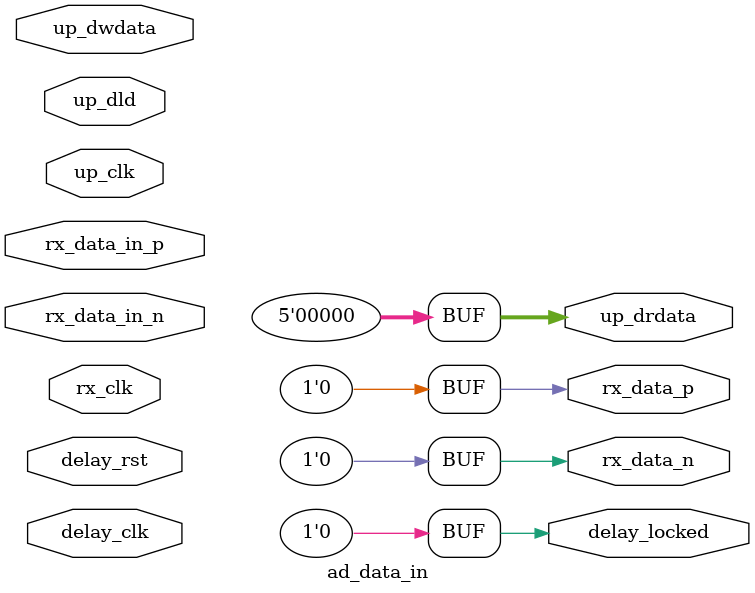
<source format=v>
module ad_data_in(	// file.cleaned.mlir:2:3
  input        rx_clk,	// file.cleaned.mlir:2:28
               rx_data_in_p,	// file.cleaned.mlir:2:45
               rx_data_in_n,	// file.cleaned.mlir:2:68
               up_clk,	// file.cleaned.mlir:2:91
               up_dld,	// file.cleaned.mlir:2:108
  input  [4:0] up_dwdata,	// file.cleaned.mlir:2:125
  input        delay_clk,	// file.cleaned.mlir:2:145
               delay_rst,	// file.cleaned.mlir:2:165
  output       rx_data_p,	// file.cleaned.mlir:2:186
               rx_data_n,	// file.cleaned.mlir:2:206
  output [4:0] up_drdata,	// file.cleaned.mlir:2:226
  output       delay_locked	// file.cleaned.mlir:2:246
);

  assign rx_data_p = 1'h0;	// file.cleaned.mlir:3:14, :5:5
  assign rx_data_n = 1'h0;	// file.cleaned.mlir:3:14, :5:5
  assign up_drdata = 5'h0;	// file.cleaned.mlir:4:14, :5:5
  assign delay_locked = 1'h0;	// file.cleaned.mlir:3:14, :5:5
endmodule


</source>
